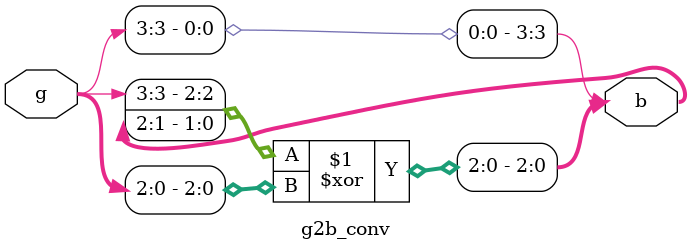
<source format=v>
 module g2b_conv(
 input [3:0] g,
    output  [3:0] b);
    
//    assign b[3] = g[3];
//    assign b[2] = g[2]^b[3];
//    assign b[1] = g[1]^b[2];
//    assign b[0] = g[0]^b[1];    
//              assign   b[3]=g[3];
//              assign b[2:0]=g[2:0]^[3:1];
assign b[3]=g[3];
assign b[2:0]=b[3:1]^g[2:0];                

endmodule


</source>
